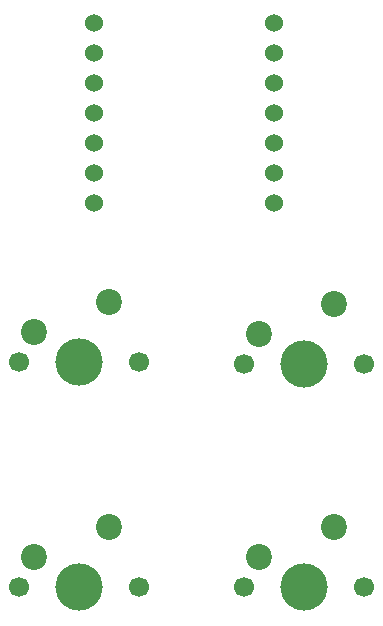
<source format=gbr>
%TF.GenerationSoftware,KiCad,Pcbnew,9.0.0*%
%TF.CreationDate,2025-02-21T00:47:10+00:00*%
%TF.ProjectId,hackpadtrollface,6861636b-7061-4647-9472-6f6c6c666163,rev?*%
%TF.SameCoordinates,Original*%
%TF.FileFunction,Soldermask,Bot*%
%TF.FilePolarity,Negative*%
%FSLAX46Y46*%
G04 Gerber Fmt 4.6, Leading zero omitted, Abs format (unit mm)*
G04 Created by KiCad (PCBNEW 9.0.0) date 2025-02-21 00:47:10*
%MOMM*%
%LPD*%
G01*
G04 APERTURE LIST*
%ADD10C,1.700000*%
%ADD11C,4.000000*%
%ADD12C,2.200000*%
%ADD13C,1.524000*%
G04 APERTURE END LIST*
D10*
%TO.C,SW2*%
X121126250Y-64452500D03*
D11*
X126206250Y-64452500D03*
D10*
X131286250Y-64452500D03*
D12*
X128746250Y-59372500D03*
X122396250Y-61912500D03*
%TD*%
D10*
%TO.C,SW3*%
X102076250Y-83343750D03*
D11*
X107156250Y-83343750D03*
D10*
X112236250Y-83343750D03*
D12*
X109696250Y-78263750D03*
X103346250Y-80803750D03*
%TD*%
D10*
%TO.C,SW4*%
X121126250Y-83343750D03*
D11*
X126206250Y-83343750D03*
D10*
X131286250Y-83343750D03*
D12*
X128746250Y-78263750D03*
X122396250Y-80803750D03*
%TD*%
D13*
%TO.C,U1*%
X108380000Y-35580000D03*
X108380000Y-38120000D03*
X108380000Y-40660000D03*
X108380000Y-43200000D03*
X108380000Y-45740000D03*
X108380000Y-48280000D03*
X108380000Y-50820000D03*
X123620000Y-50820000D03*
X123620000Y-48280000D03*
X123620000Y-45740000D03*
X123620000Y-43200000D03*
X123620000Y-40660000D03*
X123620000Y-38120000D03*
X123620000Y-35580000D03*
%TD*%
D10*
%TO.C,SW1*%
X102076250Y-64293750D03*
D11*
X107156250Y-64293750D03*
D10*
X112236250Y-64293750D03*
D12*
X109696250Y-59213750D03*
X103346250Y-61753750D03*
%TD*%
M02*

</source>
